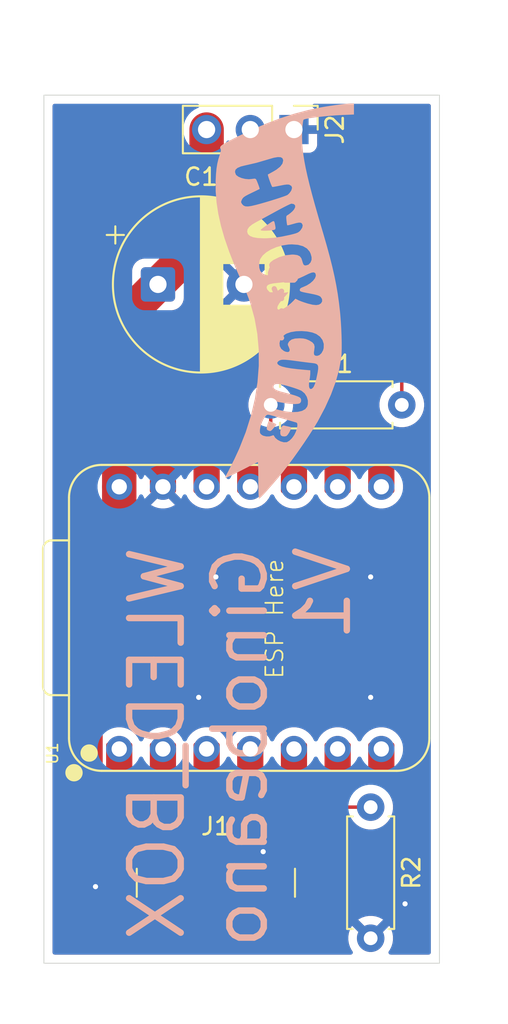
<source format=kicad_pcb>
(kicad_pcb (version 20241229) (generator "pcbnew") (generator_version "9.0")
  (layers (0 "F.Cu" signal) (2 "B.Cu" signal) (13 "F.Paste" user) (15 "B.Paste" user) (5 "F.SilkS" user "F.Silkscreen") (7 "B.SilkS" user "B.Silkscreen") (1 "F.Mask" user) (3 "B.Mask" user) (25 "Edge.Cuts" user))
  (net 0 "")
  (net 1 "GND")
  (net 2 "VCC")
  (net 3 "Net-(J1-CC1)")
  (net 4 "Data")
  (net 5 "GPIO10")
  (footprint "Resistor_THT:R_Axial_DIN0207_L6.3mm_D2.5mm_P7.62mm_Horizontal" (layer "F.Cu") (at 136 95.38 -90)
    (property "Reference" "R2" (at 3.81 -2.37 90) (layer "F.SilkS"))
    (property "Value" "5.1k")
    (fp_line (start 0.54 1.37) (end 7.08 1.37) (stroke (width 0.12)) (layer "F.SilkS"))
    (fp_line (start 7.08 1.37) (end 7.08 1.04) (stroke (width 0.12)) (layer "F.SilkS"))
    (fp_line (start 0.54 1.04) (end 0.54 1.37) (stroke (width 0.12)) (layer "F.SilkS"))
    (fp_line (start 0.54 -1.04) (end 0.54 -1.37) (stroke (width 0.12)) (layer "F.SilkS"))
    (fp_line (start 0.54 -1.37) (end 7.08 -1.37) (stroke (width 0.12)) (layer "F.SilkS"))
    (fp_line (start 7.08 -1.37) (end 7.08 -1.04) (stroke (width 0.12)) (layer "F.SilkS"))
    (pad "1" thru_hole circle (at 0 0 270) (size 1.6 1.6) (drill 0.8) (layers "*.Cu" "*.Mask") (net 3 "Net-(J1-CC1)"))
    (pad "2" thru_hole circle (at 7.62 0 270) (size 1.6 1.6) (drill 0.8) (layers "*.Cu" "*.Mask") (net 1 "GND"))
  )
  (footprint "Resistor_THT:R_Axial_DIN0207_L6.3mm_D2.5mm_P7.62mm_Horizontal" (layer "F.Cu") (at 130.19 72)
    (property "Reference" "R1" (at 3.81 -2.37 0) (layer "F.SilkS"))
    (property "Value" "390")
    (fp_line (start 0.54 -1.37) (end 7.08 -1.37) (stroke (width 0.12)) (layer "F.SilkS"))
    (fp_line (start 0.54 -1.04) (end 0.54 -1.37) (stroke (width 0.12)) (layer "F.SilkS"))
    (fp_line (start 0.54 1.04) (end 0.54 1.37) (stroke (width 0.12)) (layer "F.SilkS"))
    (fp_line (start 0.54 1.37) (end 7.08 1.37) (stroke (width 0.12)) (layer "F.SilkS"))
    (fp_line (start 7.08 -1.37) (end 7.08 -1.04) (stroke (width 0.12)) (layer "F.SilkS"))
    (fp_line (start 7.08 1.37) (end 7.08 1.04) (stroke (width 0.12)) (layer "F.SilkS"))
    (pad "1" thru_hole circle (at 0 0) (size 1.6 1.6) (drill 0.8) (layers "*.Cu" "*.Mask") (net 5 "GPIO10"))
    (pad "2" thru_hole circle (at 7.62 0) (size 1.6 1.6) (drill 0.8) (layers "*.Cu" "*.Mask") (net 4 "Data"))
  )
  (footprint "Module:XIAO-ESP32C3-DIP" (layer "F.Cu") (at 129 84.26 90)
    (property "Reference" "U1" (at -8 -11.5 90) (layer "F.SilkS") (effects (font (size 0.635 0.635) (thickness 0.1016))))
    (property "Value" "XIAO-ESP32-C3-DIP")
    (fp_line (start -4.111272 -12.051) (end 3.884 -12.051) (stroke (width 0.127)) (layer "F.SilkS"))
    (fp_line (start 4.384 -11.551) (end 4.384 -10.541) (stroke (width 0.127)) (layer "F.SilkS"))
    (fp_line (start 6.865 -10.541) (end -7.105 -10.541) (stroke (width 0.1)) (layer "F.SilkS"))
    (fp_line (start 6.865 -10.541) (end -7.105 -10.541) (stroke (width 0.127)) (layer "F.SilkS"))
    (fp_line (start -4.615 -10.541) (end -4.611272 -11.551272) (stroke (width 0.127)) (layer "F.SilkS"))
    (fp_line (start 8.77 8.509) (end 8.77 -8.636) (stroke (width 0.127)) (layer "F.SilkS"))
    (fp_line (start -9.01 8.509) (end -9.01 -8.636) (stroke (width 0.127)) (layer "F.SilkS"))
    (fp_line (start -7.105 10.414) (end 6.865 10.414) (stroke (width 0.127)) (layer "F.SilkS"))
    (fp_arc (start 3.884 -12.051) (mid 4.237553 -11.904553) (end 4.384 -11.551) (stroke (width 0.127)) (layer "F.SilkS"))
    (fp_arc (start -4.611272 -11.551272) (mid -4.464728 -11.90464) (end -4.111272 -12.051) (stroke (width 0.127)) (layer "F.SilkS"))
    (fp_arc (start 6.865 -10.541) (mid 8.212038 -9.983038) (end 8.77 -8.636) (stroke (width 0.127)) (layer "F.SilkS"))
    (fp_arc (start -9.01 -8.636) (mid -8.452038 -9.983038) (end -7.105 -10.541) (stroke (width 0.127)) (layer "F.SilkS"))
    (fp_arc (start 8.77 8.509) (mid 8.212038 9.856038) (end 6.865 10.414) (stroke (width 0.127)) (layer "F.SilkS"))
    (fp_arc (start -7.105 10.414) (mid -8.452038 9.856038) (end -9.01 8.509) (stroke (width 0.127)) (layer "F.SilkS"))
    (fp_circle (center -9.12 -10.25) (end -9.12 -10.504) (stroke (width 0.5)) (fill yes) (layer "F.SilkS"))
    (fp_circle (center -7.977 -9.37) (end -7.977 -9.624) (stroke (width 0.5)) (fill yes) (layer "F.SilkS"))
    (pad "1" smd roundrect (at -8.575 -7.62 270) (size 2.432 1.524) (layers "F.Cu" "F.Mask") (roundrect_rratio 0.1))
    (pad "1" thru_hole circle (at -7.74 -7.62 270) (size 1.524 1.524) (drill 0.889) (layers "*.Cu" "*.Mask"))
    (pad "2" smd roundrect (at -8.575 -5.08 270) (size 2.432 1.524) (layers "F.Cu" "F.Mask") (roundrect_rratio 0.1))
    (pad "2" thru_hole circle (at -7.74 -5.08 270) (size 1.524 1.524) (drill 0.889) (layers "*.Cu" "*.Mask"))
    (pad "3" smd roundrect (at -8.575 -2.54 270) (size 2.432 1.524) (layers "F.Cu" "F.Mask") (roundrect_rratio 0.1))
    (pad "3" thru_hole circle (at -7.74 -2.54 270) (size 1.524 1.524) (drill 0.889) (layers "*.Cu" "*.Mask"))
    (pad "4" smd roundrect (at -8.575 0 270) (size 2.432 1.524) (layers "F.Cu" "F.Mask") (roundrect_rratio 0.1))
    (pad "4" thru_hole circle (at -7.74 0 270) (size 1.524 1.524) (drill 0.889) (layers "*.Cu" "*.Mask"))
    (pad "5" smd roundrect (at -8.575 2.54 270) (size 2.432 1.524) (layers "F.Cu" "F.Mask") (roundrect_rratio 0.1))
    (pad "5" thru_hole circle (at -7.74 2.54 270) (size 1.524 1.524) (drill 0.889) (layers "*.Cu" "*.Mask"))
    (pad "6" smd roundrect (at -8.575 5.08 270) (size 2.432 1.524) (layers "F.Cu" "F.Mask") (roundrect_rratio 0.1))
    (pad "6" thru_hole circle (at -7.74 5.08 270) (size 1.524 1.524) (drill 0.889) (layers "*.Cu" "*.Mask"))
    (pad "7" smd roundrect (at -8.575 7.62 270) (size 2.432 1.524) (layers "F.Cu" "F.Mask") (roundrect_rratio 0.1))
    (pad "7" thru_hole circle (at -7.74 7.62 270) (size 1.524 1.524) (drill 0.889) (layers "*.Cu" "*.Mask"))
    (pad "8" thru_hole circle (at 7.5 7.62 90) (size 1.524 1.524) (drill 0.889) (layers "*.Cu" "*.Mask"))
    (pad "8" smd roundrect (at 8.335 7.62 90) (size 2.432 1.524) (layers "F.Cu" "F.Mask") (roundrect_rratio 0.1))
    (pad "9" thru_hole circle (at 7.5 5.08 90) (size 1.524 1.524) (drill 0.889) (layers "*.Cu" "*.Mask"))
    (pad "9" smd roundrect (at 8.335 5.08 90) (size 2.432 1.524) (layers "F.Cu" "F.Mask") (roundrect_rratio 0.1))
    (pad "10" thru_hole circle (at 7.5 2.54 90) (size 1.524 1.524) (drill 0.889) (layers "*.Cu" "*.Mask"))
    (pad "10" smd roundrect (at 8.335 2.54 90) (size 2.432 1.524) (layers "F.Cu" "F.Mask") (roundrect_rratio 0.1))
    (pad "11" thru_hole circle (at 7.5 0 90) (size 1.524 1.524) (drill 0.889) (layers "*.Cu" "*.Mask") (net 5 "GPIO10"))
    (pad "11" smd roundrect (at 8.335 0 90) (size 2.432 1.524) (layers "F.Cu" "F.Mask") (roundrect_rratio 0.1) (net 5 "GPIO10"))
    (pad "12" thru_hole circle (at 7.5 -2.54 90) (size 1.524 1.524) (drill 0.889) (layers "*.Cu" "*.Mask"))
    (pad "12" smd roundrect (at 8.335 -2.54 90) (size 2.432 1.524) (layers "F.Cu" "F.Mask") (roundrect_rratio 0.1))
    (pad "13" thru_hole circle (at 7.5 -5.08 90) (size 1.524 1.524) (drill 0.889) (layers "*.Cu" "*.Mask") (net 1 "GND"))
    (pad "13" smd roundrect (at 8.335 -5.08 90) (size 2.432 1.524) (layers "F.Cu" "F.Mask") (roundrect_rratio 0.1) (net 1 "GND"))
    (pad "14" thru_hole circle (at 7.5 -7.62 90) (size 1.524 1.524) (drill 0.889) (layers "*.Cu" "*.Mask") (net 2 "VCC"))
    (pad "14" smd roundrect (at 8.335 -7.62 90) (size 2.432 1.524) (layers "F.Cu" "F.Mask") (roundrect_rratio 0.1) (net 2 "VCC"))
  )
  (footprint "Connector_USB:USB_C_Receptacle_GCT_USB4135-GF-A_6P_TopMnt_Horizontal" (layer "F.Cu") (at 127 101)
    (property "Reference" "J1" (at 0 -4.5 0) (layer "F.SilkS"))
    (property "Value" "USB_C_Receptacle_PowerOnly_6P")
    (fp_line (start -4.6 -2.04) (end -4.6 -0.41) (stroke (width 0.12)) (layer "F.SilkS"))
    (fp_line (start 4.6 -2.04) (end 4.6 -0.41) (stroke (width 0.12)) (layer "F.SilkS"))
    (pad "A5" smd roundrect (at -0.5 -3.0325) (size 0.7 1.2) (layers "F.Cu" "F.Mask" "F.Paste") (net 3 "Net-(J1-CC1)"))
    (pad "A9" smd roundrect (at 1.52 -3.0325 180) (size 0.76 1.2) (layers "F.Cu" "F.Mask" "F.Paste") (net 2 "VCC"))
    (pad "A12" smd roundrect (at 2.75 -3.0325 180) (size 0.8 1.2) (layers "F.Cu" "F.Mask" "F.Paste") (net 1 "GND"))
    (pad "B5" smd roundrect (at 0.5 -3.0325 180) (size 0.7 1.2) (layers "F.Cu" "F.Mask" "F.Paste") (net 3 "Net-(J1-CC1)"))
    (pad "B9" smd roundrect (at -1.52 -3.0325) (size 0.76 1.2) (layers "F.Cu" "F.Mask" "F.Paste") (net 2 "VCC"))
    (pad "B12" smd roundrect (at -2.75 -3.0325) (size 0.8 1.2) (layers "F.Cu" "F.Mask" "F.Paste") (net 1 "GND"))
    (pad "S1" smd roundrect (at -5.125 -2.9775) (size 1.8 1.35) (layers "F.Cu" "F.Mask" "F.Paste") (roundrect_rratio 0.1851851852) (net 1 "GND"))
    (pad "S1" smd roundrect (at -5.125 0.6025) (size 1.8 1.5) (layers "F.Cu" "F.Mask" "F.Paste") (roundrect_rratio 0.1666666667) (net 1 "GND"))
    (pad "S1" smd roundrect (at 5.125 -2.9775) (size 1.8 1.35) (layers "F.Cu" "F.Mask" "F.Paste") (roundrect_rratio 0.1851851852) (net 1 "GND"))
    (pad "S1" smd roundrect (at 5.125 0.6025) (size 1.8 1.5) (layers "F.Cu" "F.Mask" "F.Paste") (roundrect_rratio 0.1666666667) (net 1 "GND"))
  )
  (footprint "Capacitor_THT:CP_Radial_D10.0mm_P5.00mm" (layer "F.Cu") (at 123.632323 65)
    (property "Reference" "C1" (at 2.5 -6.25 0) (layer "F.SilkS"))
    (property "Value" "470uF")
    (fp_line (start -2.979646 -2.875) (end -1.979646 -2.875) (stroke (width 0.12)) (layer "F.SilkS"))
    (fp_line (start -2.479646 -3.375) (end -2.479646 -2.375) (stroke (width 0.12)) (layer "F.SilkS"))
    (fp_line (start 2.5 -5.08) (end 2.5 5.08) (stroke (width 0.12)) (layer "F.SilkS"))
    (fp_line (start 2.54 -5.08) (end 2.54 5.08) (stroke (width 0.12)) (layer "F.SilkS"))
    (fp_line (start 2.58 -5.079) (end 2.58 5.079) (stroke (width 0.12)) (layer "F.SilkS"))
    (fp_line (start 2.62 -5.079) (end 2.62 5.079) (stroke (width 0.12)) (layer "F.SilkS"))
    (fp_line (start 2.66 -5.077) (end 2.66 5.077) (stroke (width 0.12)) (layer "F.SilkS"))
    (fp_line (start 2.7 -5.076) (end 2.7 5.076) (stroke (width 0.12)) (layer "F.SilkS"))
    (fp_line (start 2.74 -5.074) (end 2.74 5.074) (stroke (width 0.12)) (layer "F.SilkS"))
    (fp_line (start 2.78 -5.072) (end 2.78 5.072) (stroke (width 0.12)) (layer "F.SilkS"))
    (fp_line (start 2.82 -5.07) (end 2.82 5.07) (stroke (width 0.12)) (layer "F.SilkS"))
    (fp_line (start 2.86 -5.067) (end 2.86 5.067) (stroke (width 0.12)) (layer "F.SilkS"))
    (fp_line (start 2.9 -5.064) (end 2.9 5.064) (stroke (width 0.12)) (layer "F.SilkS"))
    (fp_line (start 2.94 -5.061) (end 2.94 5.061) (stroke (width 0.12)) (layer "F.SilkS"))
    (fp_line (start 2.98 -5.057) (end 2.98 5.057) (stroke (width 0.12)) (layer "F.SilkS"))
    (fp_line (start 3.02 -5.054) (end 3.02 5.054) (stroke (width 0.12)) (layer "F.SilkS"))
    (fp_line (start 3.06 -5.049) (end 3.06 5.049) (stroke (width 0.12)) (layer "F.SilkS"))
    (fp_line (start 3.1 -5.045) (end 3.1 5.045) (stroke (width 0.12)) (layer "F.SilkS"))
    (fp_line (start 3.14 -5.04) (end 3.14 5.04) (stroke (width 0.12)) (layer "F.SilkS"))
    (fp_line (start 3.18 -5.035) (end 3.18 5.035) (stroke (width 0.12)) (layer "F.SilkS"))
    (fp_line (start 3.22 -5.029) (end 3.22 5.029) (stroke (width 0.12)) (layer "F.SilkS"))
    (fp_line (start 3.26 -5.023) (end 3.26 5.023) (stroke (width 0.12)) (layer "F.SilkS"))
    (fp_line (start 3.3 -5.017) (end 3.3 5.017) (stroke (width 0.12)) (layer "F.SilkS"))
    (fp_line (start 3.34 -5.011) (end 3.34 5.011) (stroke (width 0.12)) (layer "F.SilkS"))
    (fp_line (start 3.38 -5.004) (end 3.38 5.004) (stroke (width 0.12)) (layer "F.SilkS"))
    (fp_line (start 3.42 -4.997) (end 3.42 4.997) (stroke (width 0.12)) (layer "F.SilkS"))
    (fp_line (start 3.46 -4.989) (end 3.46 4.989) (stroke (width 0.12)) (layer "F.SilkS"))
    (fp_line (start 3.5 -4.981) (end 3.5 4.981) (stroke (width 0.12)) (layer "F.SilkS"))
    (fp_line (start 3.54 -4.973) (end 3.54 4.973) (stroke (width 0.12)) (layer "F.SilkS"))
    (fp_line (start 3.58 -4.965) (end 3.58 4.965) (stroke (width 0.12)) (layer "F.SilkS"))
    (fp_line (start 3.62 -4.956) (end 3.62 4.956) (stroke (width 0.12)) (layer "F.SilkS"))
    (fp_line (start 3.66 -4.947) (end 3.66 4.947) (stroke (width 0.12)) (layer "F.SilkS"))
    (fp_line (start 3.7 -4.937) (end 3.7 4.937) (stroke (width 0.12)) (layer "F.SilkS"))
    (fp_line (start 3.74 -4.928) (end 3.74 4.928) (stroke (width 0.12)) (layer "F.SilkS"))
    (fp_line (start 3.78 -4.917) (end 3.78 -1.24) (stroke (width 0.12)) (layer "F.SilkS"))
    (fp_line (start 3.78 1.24) (end 3.78 4.917) (stroke (width 0.12)) (layer "F.SilkS"))
    (fp_line (start 3.82 -4.907) (end 3.82 -1.24) (stroke (width 0.12)) (layer "F.SilkS"))
    (fp_line (start 3.82 1.24) (end 3.82 4.907) (stroke (width 0.12)) (layer "F.SilkS"))
    (fp_line (start 3.86 -4.896) (end 3.86 -1.24) (stroke (width 0.12)) (layer "F.SilkS"))
    (fp_line (start 3.86 1.24) (end 3.86 4.896) (stroke (width 0.12)) (layer "F.SilkS"))
    (fp_line (start 3.9 -4.885) (end 3.9 -1.24) (stroke (width 0.12)) (layer "F.SilkS"))
    (fp_line (start 3.9 1.24) (end 3.9 4.885) (stroke (width 0.12)) (layer "F.SilkS"))
    (fp_line (start 3.94 -4.873) (end 3.94 -1.24) (stroke (width 0.12)) (layer "F.SilkS"))
    (fp_line (start 3.94 1.24) (end 3.94 4.873) (stroke (width 0.12)) (layer "F.SilkS"))
    (fp_line (start 3.98 -4.861) (end 3.98 -1.24) (stroke (width 0.12)) (layer "F.SilkS"))
    (fp_line (start 3.98 1.24) (end 3.98 4.861) (stroke (width 0.12)) (layer "F.SilkS"))
    (fp_line (start 4.02 -4.849) (end 4.02 -1.24) (stroke (width 0.12)) (layer "F.SilkS"))
    (fp_line (start 4.02 1.24) (end 4.02 4.849) (stroke (width 0.12)) (layer "F.SilkS"))
    (fp_line (start 4.06 -4.837) (end 4.06 -1.24) (stroke (width 0.12)) (layer "F.SilkS"))
    (fp_line (start 4.06 1.24) (end 4.06 4.837) (stroke (width 0.12)) (layer "F.SilkS"))
    (fp_line (start 4.1 -4.824) (end 4.1 -1.24) (stroke (width 0.12)) (layer "F.SilkS"))
    (fp_line (start 4.1 1.24) (end 4.1 4.824) (stroke (width 0.12)) (layer "F.SilkS"))
    (fp_line (start 4.14 -4.81) (end 4.14 -1.24) (stroke (width 0.12)) (layer "F.SilkS"))
    (fp_line (start 4.14 1.24) (end 4.14 4.81) (stroke (width 0.12)) (layer "F.SilkS"))
    (fp_line (start 4.18 -4.797) (end 4.18 -1.24) (stroke (width 0.12)) (layer "F.SilkS"))
    (fp_line (start 4.18 1.24) (end 4.18 4.797) (stroke (width 0.12)) (layer "F.SilkS"))
    (fp_line (start 4.22 -4.782) (end 4.22 -1.24) (stroke (width 0.12)) (layer "F.SilkS"))
    (fp_line (start 4.22 1.24) (end 4.22 4.782) (stroke (width 0.12)) (layer "F.SilkS"))
    (fp_line (start 4.26 -4.768) (end 4.26 -1.24) (stroke (width 0.12)) (layer "F.SilkS"))
    (fp_line (start 4.26 1.24) (end 4.26 4.768) (stroke (width 0.12)) (layer "F.SilkS"))
    (fp_line (start 4.3 -4.753) (end 4.3 -1.24) (stroke (width 0.12)) (layer "F.SilkS"))
    (fp_line (start 4.3 1.24) (end 4.3 4.753) (stroke (width 0.12)) (layer "F.SilkS"))
    (fp_line (start 4.34 -4.738) (end 4.34 -1.24) (stroke (width 0.12)) (layer "F.SilkS"))
    (fp_line (start 4.34 1.24) (end 4.34 4.738) (stroke (width 0.12)) (layer "F.SilkS"))
    (fp_line (start 4.38 -4.722) (end 4.38 -1.24) (stroke (width 0.12)) (layer "F.SilkS"))
    (fp_line (start 4.38 1.24) (end 4.38 4.722) (stroke (width 0.12)) (layer "F.SilkS"))
    (fp_line (start 4.42 -4.706) (end 4.42 -1.24) (stroke (width 0.12)) (layer "F.SilkS"))
    (fp_line (start 4.42 1.24) (end 4.42 4.706) (stroke (width 0.12)) (layer "F.SilkS"))
    (fp_line (start 4.46 -4.69) (end 4.46 -1.24) (stroke (width 0.12)) (layer "F.SilkS"))
    (fp_line (start 4.46 1.24) (end 4.46 4.69) (stroke (width 0.12)) (layer "F.SilkS"))
    (fp_line (start 4.5 -4.673) (end 4.5 -1.24) (stroke (width 0.12)) (layer "F.SilkS"))
    (fp_line (start 4.5 1.24) (end 4.5 4.673) (stroke (width 0.12)) (layer "F.SilkS"))
    (fp_line (start 4.54 -4.656) (end 4.54 -1.24) (stroke (width 0.12)) (layer "F.SilkS"))
    (fp_line (start 4.54 1.24) (end 4.54 4.656) (stroke (width 0.12)) (layer "F.SilkS"))
    (fp_line (start 4.58 -4.638) (end 4.58 -1.24) (stroke (width 0.12)) (layer "F.SilkS"))
    (fp_line (start 4.58 1.24) (end 4.58 4.638) (stroke (width 0.12)) (layer "F.SilkS"))
    (fp_line (start 4.62 -4.62) (end 4.62 -1.24) (stroke (width 0.12)) (layer "F.SilkS"))
    (fp_line (start 4.62 1.24) (end 4.62 4.62) (stroke (width 0.12)) (layer "F.SilkS"))
    (fp_line (start 4.66 -4.602) (end 4.66 -1.24) (stroke (width 0.12)) (layer "F.SilkS"))
    (fp_line (start 4.66 1.24) (end 4.66 4.602) (stroke (width 0.12)) (layer "F.SilkS"))
    (fp_line (start 4.7 -4.583) (end 4.7 -1.24) (stroke (width 0.12)) (layer "F.SilkS"))
    (fp_line (start 4.7 1.24) (end 4.7 4.583) (stroke (width 0.12)) (layer "F.SilkS"))
    (fp_line (start 4.74 -4.564) (end 4.74 -1.24) (stroke (width 0.12)) (layer "F.SilkS"))
    (fp_line (start 4.74 1.24) (end 4.74 4.564) (stroke (width 0.12)) (layer "F.SilkS"))
    (fp_line (start 4.78 -4.544) (end 4.78 -1.24) (stroke (width 0.12)) (layer "F.SilkS"))
    (fp_line (start 4.78 1.24) (end 4.78 4.544) (stroke (width 0.12)) (layer "F.SilkS"))
    (fp_line (start 4.82 -4.524) (end 4.82 -1.24) (stroke (width 0.12)) (layer "F.SilkS"))
    (fp_line (start 4.82 1.24) (end 4.82 4.524) (stroke (width 0.12)) (layer "F.SilkS"))
    (fp_line (start 4.86 -4.504) (end 4.86 -1.24) (stroke (width 0.12)) (layer "F.SilkS"))
    (fp_line (start 4.86 1.24) (end 4.86 4.504) (stroke (width 0.12)) (layer "F.SilkS"))
    (fp_line (start 4.9 -4.483) (end 4.9 -1.24) (stroke (width 0.12)) (layer "F.SilkS"))
    (fp_line (start 4.9 1.24) (end 4.9 4.483) (stroke (width 0.12)) (layer "F.SilkS"))
    (fp_line (start 4.94 -4.461) (end 4.94 -1.24) (stroke (width 0.12)) (layer "F.SilkS"))
    (fp_line (start 4.94 1.24) (end 4.94 4.461) (stroke (width 0.12)) (layer "F.SilkS"))
    (fp_line (start 4.98 -4.439) (end 4.98 -1.24) (stroke (width 0.12)) (layer "F.SilkS"))
    (fp_line (start 4.98 1.24) (end 4.98 4.439) (stroke (width 0.12)) (layer "F.SilkS"))
    (fp_line (start 5.02 -4.417) (end 5.02 -1.24) (stroke (width 0.12)) (layer "F.SilkS"))
    (fp_line (start 5.02 1.24) (end 5.02 4.417) (stroke (width 0.12)) (layer "F.SilkS"))
    (fp_line (start 5.06 -4.394) (end 5.06 -1.24) (stroke (width 0.12)) (layer "F.SilkS"))
    (fp_line (start 5.06 1.24) (end 5.06 4.394) (stroke (width 0.12)) (layer "F.SilkS"))
    (fp_line (start 5.1 -4.371) (end 5.1 -1.24) (stroke (width 0.12)) (layer "F.SilkS"))
    (fp_line (start 5.1 1.24) (end 5.1 4.371) (stroke (width 0.12)) (layer "F.SilkS"))
    (fp_line (start 5.14 -4.347) (end 5.14 -1.24) (stroke (width 0.12)) (layer "F.SilkS"))
    (fp_line (start 5.14 1.24) (end 5.14 4.347) (stroke (width 0.12)) (layer "F.SilkS"))
    (fp_line (start 5.18 -4.323) (end 5.18 -1.24) (stroke (width 0.12)) (layer "F.SilkS"))
    (fp_line (start 5.18 1.24) (end 5.18 4.323) (stroke (width 0.12)) (layer "F.SilkS"))
    (fp_line (start 5.22 -4.298) (end 5.22 -1.24) (stroke (width 0.12)) (layer "F.SilkS"))
    (fp_line (start 5.22 1.24) (end 5.22 4.298) (stroke (width 0.12)) (layer "F.SilkS"))
    (fp_line (start 5.26 -4.272) (end 5.26 -1.24) (stroke (width 0.12)) (layer "F.SilkS"))
    (fp_line (start 5.26 1.24) (end 5.26 4.272) (stroke (width 0.12)) (layer "F.SilkS"))
    (fp_line (start 5.3 -4.247) (end 5.3 -1.24) (stroke (width 0.12)) (layer "F.SilkS"))
    (fp_line (start 5.3 1.24) (end 5.3 4.247) (stroke (width 0.12)) (layer "F.SilkS"))
    (fp_line (start 5.34 -4.22) (end 5.34 -1.24) (stroke (width 0.12)) (layer "F.SilkS"))
    (fp_line (start 5.34 1.24) (end 5.34 4.22) (stroke (width 0.12)) (layer "F.SilkS"))
    (fp_line (start 5.38 -4.193) (end 5.38 -1.24) (stroke (width 0.12)) (layer "F.SilkS"))
    (fp_line (start 5.38 1.24) (end 5.38 4.193) (stroke (width 0.12)) (layer "F.SilkS"))
    (fp_line (start 5.42 -4.166) (end 5.42 -1.24) (stroke (width 0.12)) (layer "F.SilkS"))
    (fp_line (start 5.42 1.24) (end 5.42 4.166) (stroke (width 0.12)) (layer "F.SilkS"))
    (fp_line (start 5.46 -4.138) (end 5.46 -1.24) (stroke (width 0.12)) (layer "F.SilkS"))
    (fp_line (start 5.46 1.24) (end 5.46 4.138) (stroke (width 0.12)) (layer "F.SilkS"))
    (fp_line (start 5.5 -4.109) (end 5.5 -1.24) (stroke (width 0.12)) (layer "F.SilkS"))
    (fp_line (start 5.5 1.24) (end 5.5 4.109) (stroke (width 0.12)) (layer "F.SilkS"))
    (fp_line (start 5.54 -4.08) (end 5.54 -1.24) (stroke (width 0.12)) (layer "F.SilkS"))
    (fp_line (start 5.54 1.24) (end 5.54 4.08) (stroke (width 0.12)) (layer "F.SilkS"))
    (fp_line (start 5.58 -4.05) (end 5.58 -1.24) (stroke (width 0.12)) (layer "F.SilkS"))
    (fp_line (start 5.58 1.24) (end 5.58 4.05) (stroke (width 0.12)) (layer "F.SilkS"))
    (fp_line (start 5.62 -4.02) (end 5.62 -1.24) (stroke (width 0.12)) (layer "F.SilkS"))
    (fp_line (start 5.62 1.24) (end 5.62 4.02) (stroke (width 0.12)) (layer "F.SilkS"))
    (fp_line (start 5.66 -3.988) (end 5.66 -1.24) (stroke (width 0.12)) (layer "F.SilkS"))
    (fp_line (start 5.66 1.24) (end 5.66 3.988) (stroke (width 0.12)) (layer "F.SilkS"))
    (fp_line (start 5.7 -3.957) (end 5.7 -1.24) (stroke (width 0.12)) (layer "F.SilkS"))
    (fp_line (start 5.7 1.24) (end 5.7 3.957) (stroke (width 0.12)) (layer "F.SilkS"))
    (fp_line (start 5.74 -3.924) (end 5.74 -1.24) (stroke (width 0.12)) (layer "F.SilkS"))
    (fp_line (start 5.74 1.24) (end 5.74 3.924) (stroke (width 0.12)) (layer "F.SilkS"))
    (fp_line (start 5.78 -3.891) (end 5.78 -1.24) (stroke (width 0.12)) (layer "F.SilkS"))
    (fp_line (start 5.78 1.24) (end 5.78 3.891) (stroke (width 0.12)) (layer "F.SilkS"))
    (fp_line (start 5.82 -3.858) (end 5.82 -1.24) (stroke (width 0.12)) (layer "F.SilkS"))
    (fp_line (start 5.82 1.24) (end 5.82 3.858) (stroke (width 0.12)) (layer "F.SilkS"))
    (fp_line (start 5.86 -3.823) (end 5.86 -1.24) (stroke (width 0.12)) (layer "F.SilkS"))
    (fp_line (start 5.86 1.24) (end 5.86 3.823) (stroke (width 0.12)) (layer "F.SilkS"))
    (fp_line (start 5.9 -3.788) (end 5.9 -1.24) (stroke (width 0.12)) (layer "F.SilkS"))
    (fp_line (start 5.9 1.24) (end 5.9 3.788) (stroke (width 0.12)) (layer "F.SilkS"))
    (fp_line (start 5.94 -3.752) (end 5.94 -1.24) (stroke (width 0.12)) (layer "F.SilkS"))
    (fp_line (start 5.94 1.24) (end 5.94 3.752) (stroke (width 0.12)) (layer "F.SilkS"))
    (fp_line (start 5.98 -3.716) (end 5.98 -1.24) (stroke (width 0.12)) (layer "F.SilkS"))
    (fp_line (start 5.98 1.24) (end 5.98 3.716) (stroke (width 0.12)) (layer "F.SilkS"))
    (fp_line (start 6.02 -3.678) (end 6.02 -1.24) (stroke (width 0.12)) (layer "F.SilkS"))
    (fp_line (start 6.02 1.24) (end 6.02 3.678) (stroke (width 0.12)) (layer "F.SilkS"))
    (fp_line (start 6.06 -3.64) (end 6.06 -1.24) (stroke (width 0.12)) (layer "F.SilkS"))
    (fp_line (start 6.06 1.24) (end 6.06 3.64) (stroke (width 0.12)) (layer "F.SilkS"))
    (fp_line (start 6.1 -3.601) (end 6.1 -1.24) (stroke (width 0.12)) (layer "F.SilkS"))
    (fp_line (start 6.1 1.24) (end 6.1 3.601) (stroke (width 0.12)) (layer "F.SilkS"))
    (fp_line (start 6.14 -3.561) (end 6.14 -1.24) (stroke (width 0.12)) (layer "F.SilkS"))
    (fp_line (start 6.14 1.24) (end 6.14 3.561) (stroke (width 0.12)) (layer "F.SilkS"))
    (fp_line (start 6.18 -3.52) (end 6.18 -1.24) (stroke (width 0.12)) (layer "F.SilkS"))
    (fp_line (start 6.18 1.24) (end 6.18 3.52) (stroke (width 0.12)) (layer "F.SilkS"))
    (fp_line (start 6.22 -3.478) (end 6.22 -1.24) (stroke (width 0.12)) (layer "F.SilkS"))
    (fp_line (start 6.22 1.24) (end 6.22 3.478) (stroke (width 0.12)) (layer "F.SilkS"))
    (fp_line (start 6.26 -3.435) (end 6.26 3.435) (stroke (width 0.12)) (layer "F.SilkS"))
    (fp_line (start 6.3 -3.391) (end 6.3 3.391) (stroke (width 0.12)) (layer "F.SilkS"))
    (fp_line (start 6.34 -3.347) (end 6.34 3.347) (stroke (width 0.12)) (layer "F.SilkS"))
    (fp_line (start 6.38 -3.301) (end 6.38 3.301) (stroke (width 0.12)) (layer "F.SilkS"))
    (fp_line (start 6.42 -3.254) (end 6.42 3.254) (stroke (width 0.12)) (layer "F.SilkS"))
    (fp_line (start 6.46 -3.205) (end 6.46 3.205) (stroke (width 0.12)) (layer "F.SilkS"))
    (fp_line (start 6.5 -3.156) (end 6.5 3.156) (stroke (width 0.12)) (layer "F.SilkS"))
    (fp_line (start 6.54 -3.105) (end 6.54 3.105) (stroke (width 0.12)) (layer "F.SilkS"))
    (fp_line (start 6.58 -3.053) (end 6.58 3.053) (stroke (width 0.12)) (layer "F.SilkS"))
    (fp_line (start 6.62 -3) (end 6.62 3) (stroke (width 0.12)) (layer "F.SilkS"))
    (fp_line (start 6.66 -2.945) (end 6.66 2.945) (stroke (width 0.12)) (layer "F.SilkS"))
    (fp_line (start 6.7 -2.888) (end 6.7 2.888) (stroke (width 0.12)) (layer "F.SilkS"))
    (fp_line (start 6.74 -2.83) (end 6.74 2.83) (stroke (width 0.12)) (layer "F.SilkS"))
    (fp_line (start 6.78 -2.77) (end 6.78 2.77) (stroke (width 0.12)) (layer "F.SilkS"))
    (fp_line (start 6.82 -2.708) (end 6.82 2.708) (stroke (width 0.12)) (layer "F.SilkS"))
    (fp_line (start 6.86 -2.644) (end 6.86 2.644) (stroke (width 0.12)) (layer "F.SilkS"))
    (fp_line (start 6.9 -2.578) (end 6.9 2.578) (stroke (width 0.12)) (layer "F.SilkS"))
    (fp_line (start 6.94 -2.51) (end 6.94 2.51) (stroke (width 0.12)) (layer "F.SilkS"))
    (fp_line (start 6.98 -2.439) (end 6.98 2.439) (stroke (width 0.12)) (layer "F.SilkS"))
    (fp_line (start 7.02 -2.365) (end 7.02 2.365) (stroke (width 0.12)) (layer "F.SilkS"))
    (fp_line (start 7.06 -2.288) (end 7.06 2.288) (stroke (width 0.12)) (layer "F.SilkS"))
    (fp_line (start 7.1 -2.208) (end 7.1 2.208) (stroke (width 0.12)) (layer "F.SilkS"))
    (fp_line (start 7.14 -2.124) (end 7.14 2.124) (stroke (width 0.12)) (layer "F.SilkS"))
    (fp_line (start 7.18 -2.037) (end 7.18 2.037) (stroke (width 0.12)) (layer "F.SilkS"))
    (fp_line (start 7.22 -1.944) (end 7.22 1.944) (stroke (width 0.12)) (layer "F.SilkS"))
    (fp_line (start 7.26 -1.846) (end 7.26 1.846) (stroke (width 0.12)) (layer "F.SilkS"))
    (fp_line (start 7.3 -1.742) (end 7.3 1.742) (stroke (width 0.12)) (layer "F.SilkS"))
    (fp_line (start 7.34 -1.63) (end 7.34 1.63) (stroke (width 0.12)) (layer "F.SilkS"))
    (fp_line (start 7.38 -1.509) (end 7.38 1.509) (stroke (width 0.12)) (layer "F.SilkS"))
    (fp_line (start 7.42 -1.377) (end 7.42 1.377) (stroke (width 0.12)) (layer "F.SilkS"))
    (fp_line (start 7.46 -1.23) (end 7.46 1.23) (stroke (width 0.12)) (layer "F.SilkS"))
    (fp_line (start 7.5 -1.062) (end 7.5 1.062) (stroke (width 0.12)) (layer "F.SilkS"))
    (fp_line (start 7.54 -0.862) (end 7.54 0.862) (stroke (width 0.12)) (layer "F.SilkS"))
    (fp_line (start 7.58 -0.599) (end 7.58 0.599) (stroke (width 0.12)) (layer "F.SilkS"))
    (fp_circle (center 2.5 0) (end 7.62 0) (stroke (width 0.12)) (fill no) (layer "F.SilkS"))
    (pad "1" thru_hole roundrect (at 0 0) (size 2 2) (drill 1) (layers "*.Cu" "*.Mask") (roundrect_rratio 0.125) (net 2 "VCC"))
    (pad "2" thru_hole circle (at 5 0) (size 2 2) (drill 1) (layers "*.Cu" "*.Mask") (net 1 "GND"))
  )
  (footprint "Connector_PinHeader_2.54mm:PinHeader_1x03_P2.54mm_Vertical" (layer "F.Cu") (at 131.54 56 -90)
    (property "Reference" "J2" (at 0 -2.38 90) (layer "F.SilkS"))
    (property "Value" "Conn_01x03_Socket")
    (fp_line (start -1.38 6.46) (end 1.38 6.46) (stroke (width 0.12)) (layer "F.SilkS"))
    (fp_line (start -1.38 1.27) (end -1.38 6.46) (stroke (width 0.12)) (layer "F.SilkS"))
    (fp_line (start -1.38 1.27) (end 1.38 1.27) (stroke (width 0.12)) (layer "F.SilkS"))
    (fp_line (start 1.38 1.27) (end 1.38 6.46) (stroke (width 0.12)) (layer "F.SilkS"))
    (fp_line (start -1.38 0) (end -1.38 -1.38) (stroke (width 0.12)) (layer "F.SilkS"))
    (fp_line (start -1.38 -1.38) (end 0 -1.38) (stroke (width 0.12)) (layer "F.SilkS"))
    (pad "1" thru_hole rect (at 0 0 270) (size 1.7 1.7) (drill 1) (layers "*.Cu" "*.Mask") (net 1 "GND"))
    (pad "2" thru_hole circle (at 0 2.54 270) (size 1.7 1.7) (drill 1) (layers "*.Cu" "*.Mask") (net 4 "Data"))
    (pad "3" thru_hole circle (at 0 5.08 270) (size 1.7 1.7) (drill 1) (layers "*.Cu" "*.Mask") (net 2 "VCC"))
  )
  (footprint "LOGO" (layer "B.Cu") (at 131 66 -90)
    (property "Reference" "G***" (at 0 0 90) (layer "B.SilkS") (effects (font (size 1.5 1.5) (thickness 0.3)) (justify mirror)))
    (property "Value" "LOGO" (hide yes))
    (fp_poly (pts (xy 7.464433 1.001584) (xy 7.496846 0.940989) (xy 7.523379 0.868941) (xy 7.515877 0.811492) (xy 7.46311 0.744585) (xy 7.361391 0.650856) (xy 7.253961 0.559674) (xy 7.172651 0.498269) (xy 7.141335 0.481725) (xy 7.109524 0.518581) (xy 7.058707 0.613528) (xy 7.018439 0.702859) (xy 6.925013 0.923992) (xy 7.042593 0.969461) (xy 7.175466 1.010729) (xy 7.300943 1.03846) (xy 7.404813 1.044029)) (fill yes) (layer "B.SilkS"))
    (fp_poly (pts (xy -4.133556 1.360772) (xy -4.120127 1.250075) (xy -4.119298 1.08598) (xy -4.131437 0.885176) (xy -4.144929 0.755432) (xy -4.16799 0.616341) (xy -4.208793 0.545573) (xy -4.288942 0.528642) (xy -4.430041 0.551058) (xy -4.445 0.5542) (xy -4.572627 0.580261) (xy -4.651216 0.603964) (xy -4.681465 0.640259) (xy -4.664076 0.704096) (xy -4.599748 0.810423) (xy -4.48918 0.974192) (xy -4.466254 1.008199) (xy -4.354939 1.168222) (xy -4.258376 1.296874) (xy -4.18831 1.379113) (xy -4.159216 1.40138)) (fill yes) (layer "B.SilkS"))
    (fp_poly (pts (xy 7.685198 0.254317) (xy 7.778517 0.217354) (xy 7.786414 0.210208) (xy 7.827268 0.121662) (xy 7.836584 0.001158) (xy 7.811333 -0.100445) (xy 7.80545 -0.109482) (xy 7.729738 -0.182171) (xy 7.61837 -0.256627) (xy 7.495569 -0.320825) (xy 7.385558 -0.362737) (xy 7.31256 -0.370339) (xy 7.299044 -0.360901) (xy 7.278388 -0.299396) (xy 7.252947 -0.191541) (xy 7.249639 -0.175171) (xy 7.22271 -0.04815) (xy 7.198644 0.051381) (xy 7.197464 0.055627) (xy 7.21695 0.12527) (xy 7.299731 0.186329) (xy 7.421541 0.232436) (xy 7.558119 0.257221)) (fill yes) (layer "B.SilkS"))
    (fp_poly (pts (xy -6.400872 4.011684) (xy -5.758456 3.96061) (xy -5.094687 3.85862) (xy -4.402703 3.70396) (xy -3.675645 3.494874) (xy -2.906652 3.229605) (xy -2.088866 2.906397) (xy -1.226207 2.528426) (xy -0.93595 2.399999) (xy -0.623869 2.269056) (xy -0.317336 2.146621) (xy -0.043723 2.043716) (xy 0.109482 1.990547) (xy 0.973918 1.751123) (xy 1.869064 1.590988) (xy 2.789604 1.509598) (xy 3.730222 1.506409) (xy 4.6856 1.580877) (xy 5.650422 1.732458) (xy 6.61937 1.960608) (xy 7.587129 2.264783) (xy 8.54838 2.644439) (xy 9.130862 2.913636) (xy 9.368813 3.030959) (xy 9.59576 3.14488) (xy 9.792687 3.245709) (xy 9.94058 3.323756) (xy 9.995733 3.354383) (xy 10.115813 3.41498) (xy 10.205467 3.444378) (xy 10.236595 3.441329) (xy 10.226645 3.394786) (xy 10.180925 3.282035) (xy 10.104636 3.114282) (xy 10.002977 2.902732) (xy 9.881147 2.658591) (xy 9.798707 2.497595) (xy 9.665598 2.238986) (xy 9.547082 2.006605) (xy 9.448766 1.811625) (xy 9.37626 1.665216) (xy 9.335172 1.578549) (xy 9.327931 1.559816) (xy 9.369726 1.552266) (xy 9.487124 1.545527) (xy 9.668142 1.53991) (xy 9.900797 1.535722) (xy 10.173108 1.533274) (xy 10.376381 1.53276) (xy 10.685184 1.531118) (xy 10.956305 1.52647) (xy 11.178741 1.519233) (xy 11.341489 1.509823) (xy 11.433548 1.498657) (xy 11.449956 1.492106) (xy 11.42667 1.448795) (xy 11.339103 1.354192) (xy 11.191202 1.211927) (xy 10.986913 1.025629) (xy 10.730181 0.79893) (xy 10.424954 0.535459) (xy 10.225689 0.365901) (xy 9.901251 0.101283) (xy 9.520233 -0.192625) (xy 9.099747 -0.503831) (xy 8.656908 -0.820343) (xy 8.208827 -1.130169) (xy 7.772619 -1.421315) (xy 7.365397 -1.681789) (xy 7.004274 -1.899599) (xy 6.941207 -1.935782) (xy 6.161539 -2.349472) (xy 5.403685 -2.692957) (xy 4.672403 -2.96448) (xy 3.972454 -3.162286) (xy 3.308597 -3.28462) (xy 3.27136 -3.289355) (xy 3.038683 -3.308151) (xy 2.735589 -3.317266) (xy 2.378661 -3.31715) (xy 1.984483 -3.308249) (xy 1.569636 -3.291014) (xy 1.150703 -3.265891) (xy 0.744267 -3.233329) (xy 0.56931 -3.216312) (xy 0.052928 -3.156927) (xy -0.450395 -3.085829) (xy -0.953618 -3.000197) (xy -1.469699 -2.897208) (xy -2.011597 -2.77404) (xy -2.59227 -2.627872) (xy -3.224677 -2.455881) (xy -3.921776 -2.255246) (xy -4.138449 -2.191134) (xy -4.908607 -1.964602) (xy -5.602868 -1.76617) (xy -5.930695 -1.676075) (xy -1.70077 -1.676075) (xy -1.676525 -1.749904) (xy -1.619836 -1.795789) (xy -1.49918 -1.813997) (xy -1.35939 -1.76127) (xy -1.212335 -1.64859) (xy -1.069882 -1.486938) (xy -0.943901 -1.287294) (xy -0.856218 -1.089262) (xy -0.800471 -0.957471) (xy -0.746241 -0.892652) (xy -0.680493 -0.875861) (xy -0.638868 -0.881606) (xy -0.606251 -0.90799) (xy -0.577642 -0.968741) (xy -0.548042 -1.077584) (xy -0.512449 -1.248244) (xy -0.477102 -1.434223) (xy -0.426004 -1.689702) (xy -0.38078 -1.872213) (xy -0.337134 -1.995779) (xy -0.290771 -2.074427) (xy -0.275926 -2.09112) (xy -0.148054 -2.172984) (xy -0.014119 -2.179513) (xy 0.102551 -2.109703) (xy 0.104567 -2.1075) (xy 0.175536 -1.98899) (xy 0.200966 -1.832578) (xy 0.18097 -1.626074) (xy 0.11566 -1.357286) (xy 0.111639 -1.343468) (xy 0.050434 -1.148128) (xy -0.006096 -0.98713) (xy 1.711368 -0.98713) (xy 1.735884 -1.311367) (xy 1.795813 -1.608815) (xy 1.882987 -1.838232) (xy 2.035439 -2.052205) (xy 2.231541 -2.198984) (xy 2.457473 -2.27286) (xy 2.699412 -2.268125) (xy 2.832752 -2.23053) (xy 2.996854 -2.139376) (xy 3.109447 -2.018092) (xy 3.153042 -1.885771) (xy 3.153103 -1.880831) (xy 3.13546 -1.767904) (xy 3.07407 -1.709292) (xy 2.956246 -1.698989) (xy 2.815393 -1.720959) (xy 2.626131 -1.742621) (xy 2.483404 -1.709893) (xy 2.368292 -1.612463) (xy 2.261875 -1.44002) (xy 2.247706 -1.411583) (xy 2.177324 -1.242496) (xy 2.141207 -1.076515) (xy 2.129967 -0.869752) (xy 2.129906 -0.86091) (xy 2.145747 -0.600472) (xy 2.19948 -0.40962) (xy 2.295387 -0.27706) (xy 2.371885 -0.222512) (xy 2.457291 -0.184137) (xy 2.531754 -0.188206) (xy 2.637089 -0.237251) (xy 2.639874 -0.238749) (xy 2.786742 -0.292207) (xy 2.88597 -0.276402) (xy 2.931117 -0.199361) (xy 2.915743 -0.06911) (xy 2.867707 0.045228) (xy 2.820412 0.105376) (xy 3.377035 0.105376) (xy 3.380478 -0.043998) (xy 3.398929 -0.247494) (xy 3.432374 -0.517881) (xy 3.455684 -0.689139) (xy 3.489753 -0.941134) (xy 3.522127 -1.191996) (xy 3.549325 -1.414009) (xy 3.567861 -1.579461) (xy 3.568954 -1.590311) (xy 3.588215 -1.736708) (xy 3.620088 -1.842945) (xy 3.67561 -1.911789) (xy 3.765819 -1.946005) (xy 3.901752 -1.948357) (xy 4.094448 -1.921612) (xy 4.354943 -1.868534) (xy 4.526406 -1.830188) (xy 4.78492 -1.7589) (xy 4.96027 -1.680185) (xy 5.05674 -1.591578) (xy 5.08 -1.511695) (xy 5.040748 -1.449161) (xy 4.932813 -1.41558) (xy 4.770927 -1.413199) (xy 4.597814 -1.438222) (xy 4.422191 -1.46759) (xy 4.248286 -1.48591) (xy 4.172142 -1.488965) (xy 3.992143 -1.488965) (xy 3.967348 -1.193361) (xy 3.924595 -0.739571) (xy 3.878935 -0.36824) (xy 3.829265 -0.074259) (xy 3.774485 0.14748) (xy 3.713492 0.302086) (xy 3.682863 0.3436) (xy 4.78666 0.3436) (xy 4.789036 0.324935) (xy 4.822285 0.147516) (xy 4.876847 -0.074537) (xy 4.945475 -0.317543) (xy 5.020922 -0.557821) (xy 5.09594 -0.771691) (xy 5.163284 -0.935469) (xy 5.191788 -0.991133) (xy 5.33686 -1.163418) (xy 5.530933 -1.285565) (xy 5.750615 -1.349579) (xy 5.972517 -1.347465) (xy 6.11059 -1.305162) (xy 6.24977 -1.194839) (xy 6.348961 -1.013717) (xy 6.406553 -0.769728) (xy 6.420937 -0.470803) (xy 6.390502 -0.124873) (xy 6.372606 -0.014321) (xy 6.302611 0.321854) (xy 6.226176 0.574745) (xy 6.141303 0.748542) (xy 6.045994 0.847435) (xy 5.948136 0.875863) (xy 5.86519 0.852314) (xy 5.81708 0.776544) (xy 5.802831 0.640864) (xy 5.821472 0.437588) (xy 5.862998 0.203186) (xy 5.91572 -0.103871) (xy 5.94614 -0.382551) (xy 5.953604 -0.617924) (xy 5.937455 -0.795061) (xy 5.910528 -0.87874) (xy 5.831248 -0.945395) (xy 5.716123 -0.961134) (xy 5.618164 -0.928397) (xy 5.566329 -0.870794) (xy 5.510267 -0.75719) (xy 5.447181 -0.579817) (xy 5.374272 -0.330911) (xy 5.298193 -0.040309) (xy 5.225414 0.230542) (xy 5.161211 0.425231) (xy 5.100381 0.554095) (xy 5.037721 0.627466) (xy 4.96803 0.655681) (xy 4.947195 0.656898) (xy 4.843167 0.62095) (xy 4.789114 0.515381) (xy 4.78666 0.3436) (xy 3.682863 0.3436) (xy 3.645186 0.394668) (xy 3.621135 0.41231) (xy 3.552039 0.432898) (xy 3.486369 0.39012) (xy 3.456911 0.356443) (xy 3.415237 0.292828) (xy 3.388617 0.213396) (xy 3.377035 0.105376) (xy 2.820412 0.105376) (xy 2.74741 0.198216) (xy 2.591267 0.282514) (xy 2.414498 0.300588) (xy 2.232326 0.254904) (xy 2.059971 0.147929) (xy 1.912654 -0.017871) (xy 1.854662 -0.118938) (xy 1.77032 -0.36439) (xy 1.7227 -0.66263) (xy 1.711368 -0.98713) (xy -0.006096 -0.98713) (xy -0.014032 -0.964527) (xy -0.070619 -0.823782) (xy -0.086103 -0.791182) (xy -0.170753 -0.625255) (xy -0.035673 -0.498748) (xy 0.110715 -0.345756) (xy 0.248916 -0.173494) (xy 0.365639 -0.001682) (xy 0.447592 0.149959) (xy 0.481485 0.261708) (xy 0.481724 0.268952) (xy 0.457118 0.386848) (xy 0.383777 0.432693) (xy 0.26241 0.406731) (xy 0.093732 0.309202) (xy -0.121546 0.14035) (xy -0.260181 0.016589) (xy -0.390547 -0.099008) (xy -0.489331 -0.177023) (xy -0.545169 -0.209128) (xy -0.551651 -0.197068) (xy -0.534644 -0.11708) (xy -0.516937 0.026668) (xy -0.501145 0.210411) (xy -0.493719 0.329183) (xy -0.48402 0.529803) (xy -0.483093 0.66429) (xy -0.494448 0.753936) (xy -0.521593 0.820037) (xy -0.568037 0.883886) (xy -0.589332 0.909441) (xy -0.658344 0.971477) (xy 6.572171 0.971477) (xy 6.585919 0.87879) (xy 6.618557 0.752668) (xy 6.651074 0.635898) (xy 6.700105 0.462258) (xy 6.760049 0.251326) (xy 6.825307 0.022678) (xy 6.890278 -0.204107) (xy 6.949362 -0.409453) (xy 6.996958 -0.573781) (xy 7.027466 -0.677514) (xy 7.03117 -0.68974) (xy 7.087325 -0.733723) (xy 7.207173 -0.740053) (xy 7.375834 -0.709779) (xy 7.55508 -0.652846) (xy 7.755229 -0.554792) (xy 7.937126 -0.424143) (xy 8.080026 -0.279036) (xy 8.163181 -0.137606) (xy 8.169825 -0.115465) (xy 8.174716 0.049351) (xy 8.125061 0.232842) (xy 8.034598 0.407767) (xy 7.917065 0.546885) (xy 7.799419 0.618988) (xy 7.761711 0.651417) (xy 7.782876 0.721258) (xy 7.788892 0.73275) (xy 7.834648 0.890272) (xy 7.834846 1.075911) (xy 7.792486 1.249065) (xy 7.744391 1.334628) (xy 7.679482 1.405252) (xy 7.609739 1.437525) (xy 7.50274 1.441595) (xy 7.420963 1.435882) (xy 7.238455 1.400188) (xy 7.033343 1.328948) (xy 6.836808 1.235916) (xy 6.680034 1.134848) (xy 6.625932 1.08519) (xy 6.585306 1.031166) (xy 6.572171 0.971477) (xy -0.658344 0.971477) (xy -0.703736 1.01228) (xy -0.811721 1.051028) (xy -0.813056 1.051035) (xy -0.900463 1.032566) (xy -0.967812 0.970438) (xy -1.018991 0.854572) (xy -1.057886 0.674887) (xy -1.088384 0.421304) (xy -1.097856 0.312462) (xy -1.143566 -0.088628) (xy -1.215883 -0.437245) (xy -1.324115 -0.766772) (xy -1.477568 -1.110596) (xy -1.515612 -1.186184) (xy -1.62241 -1.406477) (xy -1.68343 -1.565687) (xy -1.70077 -1.676075) (xy -5.930695 -1.676075) (xy -6.2278 -1.594423) (xy -6.789967 -1.447945) (xy -7.295939 -1.325321) (xy -7.752279 -1.225136) (xy -8.165557 -1.145973) (xy -8.542337 -1.086419) (xy -8.889187 -1.045058) (xy -9.212673 -1.020474) (xy -9.519363 -1.011252) (xy -9.612586 -1.011295) (xy -9.858401 -1.017004) (xy -10.092767 -1.029329) (xy -10.298544 -1.046682) (xy -10.458588 -1.067476) (xy -10.55576 -1.090126) (xy -10.574218 -1.100308) (xy -10.602993 -1.168139) (xy -10.635736 -1.310499) (xy -10.670882 -1.514508) (xy -10.706869 -1.767285) (xy -10.742134 -2.055948) (xy -10.775113 -2.367616) (xy -10.804245 -2.689408) (xy -10.827965 -3.008442) (xy -10.844712 -3.311837) (xy -10.845877 -3.339223) (xy -10.874385 -4.028965) (xy -11.195986 -4.028965) (xy -11.517586 -4.028965) (xy -11.517586 -3.863433) (xy -11.510457 -3.718604) (xy -11.490662 -3.506129) (xy -11.460593 -3.244643) (xy -11.422642 -2.952781) (xy -11.379199 -2.64918) (xy -11.332657 -2.352474) (xy -11.297186 -2.145861) (xy -11.13163 -1.347414) (xy -10.920794 -0.5522) (xy -10.660299 0.25243) (xy -10.604859 0.398143) (xy -8.401089 0.398143) (xy -8.392783 0.234277) (xy -8.336626 0.132768) (xy -8.232241 0.089704) (xy -8.194246 0.087587) (xy -8.01972 0.130543) (xy -7.846702 0.259765) (xy -7.674582 0.475782) (xy -7.590181 0.613838) (xy -7.504185 0.766629) (xy -7.435743 0.890755) (xy -7.395816 0.966241) (xy -7.390466 0.977838) (xy -7.348819 0.975593) (xy -7.248607 0.948524) (xy -7.112475 0.904611) (xy -6.963066 0.851836) (xy -6.823028 0.798179) (xy -6.715003 0.751622) (xy -6.662793 0.721373) (xy -6.664828 0.674846) (xy -6.682765 0.561635) (xy -6.713373 0.40053) (xy -6.740336 0.270583) (xy -6.785954 0.03446) (xy -6.805681 -0.131905) (xy -6.800788 -0.242024) (xy -6.791666 -0.27483) (xy -6.719513 -0.391362) (xy -6.6174 -0.429889) (xy -6.485588 -0.393522) (xy -5.693104 -0.393522) (xy -5.66643 -0.53391) (xy -5.593603 -0.606411) (xy -5.485416 -0.609685) (xy -5.352662 -0.54239) (xy -5.247342 -0.448878) (xy -5.14431 -0.331742) (xy -5.061567 -0.221455) (xy -5.036764 -0.180364) (xy -5.000501 -0.123276) (xy -4.951013 -0.095511) (xy -4.863596 -0.091147) (xy -4.717633 -0.103828) (xy -4.574876 -0.121137) (xy -4.471724 -0.138125) (xy -4.434496 -0.149182) (xy -4.43748 -0.196549) (xy -4.461687 -0.305122) (xy -4.502049 -0.452563) (xy -4.507586 -0.471301) (xy -4.565218 -0.679934) (xy -4.592048 -0.823852) (xy -4.589291 -0.919863) (xy -4.558163 -0.984775) (xy -4.545724 -0.998482) (xy -4.439419 -1.047986) (xy -4.304241 -1.023157) (xy -4.15319 -0.92659) (xy -4.143435 -0.918157) (xy -4.07315 -0.849104) (xy -4.019987 -0.772186) (xy -3.975274 -0.667473) (xy -3.930343 -0.515037) (xy -3.906772 -0.419033) (xy -3.327629 -0.419033) (xy -3.301031 -0.772421) (xy -3.22081 -1.064676) (xy -3.088729 -1.292279) (xy -2.906551 -1.451711) (xy -2.780862 -1.510773) (xy -2.585626 -1.564116) (xy -2.431509 -1.564333) (xy -2.289549 -1.51083) (xy -2.271248 -1.500354) (xy -2.148471 -1.384199) (xy -2.102857 -1.232591) (xy -2.109293 -1.15535) (xy -2.159234 -1.092963) (xy -2.286915 -1.043664) (xy -2.338564 -1.031456) (xy -2.516811 -0.973197) (xy -2.635955 -0.879815) (xy -2.705155 -0.737284) (xy -2.733571 -0.531579) (xy -2.735551 -0.423613) (xy -2.696038 -0.057174) (xy -2.587713 0.312864) (xy -2.420779 0.652305) (xy -2.408888 0.67132) (xy -2.286783 0.82812) (xy -2.168383 0.900582) (xy -2.045469 0.891137) (xy -1.924319 0.814725) (xy -1.799427 0.726504) (xy -1.704526 0.706893) (xy -1.619015 0.753003) (xy -1.601577 0.769508) (xy -1.540602 0.886851) (xy -1.538207 1.036655) (xy -1.586984 1.193792) (xy -1.679524 1.33313) (xy -1.794084 1.422536) (xy -1.967024 1.474655) (xy -2.176159 1.485047) (xy -2.380797 1.453934) (xy -2.477612 1.418775) (xy -2.680454 1.278699) (xy -2.867285 1.066236) (xy -3.031298 0.796099) (xy -3.165688 0.483002) (xy -3.26365 0.141659) (xy -3.318378 -0.213217) (xy -3.327629 -0.419033) (xy -3.906772 -0.419033) (xy -3.881475 -0.316002) (xy -3.777422 0.177896) (xy -3.712127 0.619617) (xy -3.682345 1.033842) (xy -3.679666 1.218428) (xy -3.695219 1.563877) (xy -3.740598 1.829731) (xy -3.817069 2.019194) (xy -3.925899 2.135472) (xy -4.060025 2.181026) (xy -4.202771 2.158766) (xy -4.344206 2.060361) (xy -4.488337 1.882054) (xy -4.621456 1.654394) (xy -4.694423 1.516859) (xy -4.800168 1.320203) (xy -4.92917 1.081999) (xy -5.071908 0.819823) (xy -5.218858 0.551247) (xy -5.240616 0.511603) (xy -5.374673 0.263802) (xy -5.492955 0.038169) (xy -5.589217 -0.1528) (xy -5.657212 -0.296609) (xy -5.690692 -0.380764) (xy -5.693104 -0.393522) (xy -6.485588 -0.393522) (xy -6.478962 -0.391694) (xy -6.407121 -0.352271) (xy -6.293529 -0.266355) (xy -6.206586 -0.172864) (xy -6.202185 -0.166314) (xy -6.164781 -0.085582) (xy -6.108636 0.064767) (xy -6.03842 0.269955) (xy -5.958804 0.515199) (xy -5.87446 0.785719) (xy -5.790059 1.066735) (xy -5.71027 1.343465) (xy -5.639766 1.60113) (xy -5.62124 1.672047) (xy -5.559655 1.935789) (xy -5.531132 2.132323) (xy -5.536362 2.275821) (xy -5.576034 2.380459) (xy -5.650836 2.460411) (xy -5.6599 2.467316) (xy -5.744219 2.522764) (xy -5.811617 2.531793) (xy -5.90467 2.496972) (xy -5.932642 2.483762) (xy -6.005217 2.440416) (xy -6.070274 2.376268) (xy -6.138595 2.275815) (xy -6.220961 2.12355) (xy -6.311405 1.939014) (xy -6.399914 1.754916) (xy -6.473911 1.602242) (xy -6.525669 1.49685) (xy -6.547459 1.454598) (xy -6.547472 1.454582) (xy -6.59082 1.460978) (xy -6.689189 1.492065) (xy -6.817019 1.53821) (xy -6.948752 1.589782) (xy -7.058826 1.637149) (xy -7.121683 1.67068) (xy -7.122389 1.671227) (xy -7.150166 1.734681) (xy -7.138296 1.859311) (xy -7.131045 1.893586) (xy -7.112773 2.085949) (xy -7.132033 2.297681) (xy -7.18219 2.50483) (xy -7.256607 2.683442) (xy -7.348647 2.809564) (xy -7.394036 2.842807) (xy -7.541812 2.889924) (xy -7.666092 2.858457) (xy -7.768927 2.746399) (xy -7.852368 2.551744) (xy -7.904975 2.34292) (xy -8.066698 1.641279) (xy -8.262389 0.969572) (xy -8.275666 0.928587) (xy -8.361924 0.628276) (xy -8.401089 0.398143) (xy -10.604859 0.398143) (xy -10.345762 1.079126) (xy -9.972801 1.940538) (xy -9.636152 2.649484) (xy -9.467591 2.989089) (xy -9.330539 3.256178) (xy -9.220082 3.457885) (xy -9.131309 3.601349) (xy -9.059306 3.693704) (xy -8.999159 3.742089) (xy -8.945957 3.75364) (xy -8.894785 3.735493) (xy -8.890369 3.732808) (xy -8.823837 3.709008) (xy -8.731371 3.716439) (xy -8.588605 3.757778) (xy -8.553422 3.769812) (xy -8.279481 3.856133) (xy -8.011084 3.919995) (xy -7.724689 3.965162) (xy -7.396755 3.995399) (xy -7.028793 4.013599)) (fill yes) (layer "B.SilkS"))
  )
  (gr_rect (start 117 54) (end 140 104.4525) (stroke (width 0.05)) (fill no) (layer "Edge.Cuts"))
  (gr_text "ESP Here\n" (at 131 88 90) (layer "F.SilkS") (effects (font (size 1 1) (thickness 0.1)) (justify left bottom)))
  (gr_text "WLED_BOX\nGinobeano\nV1\n" (at 135 80 90) (layer "B.SilkS") (effects (font (size 3 3) (thickness 0.375)) (justify left bottom mirror)))
  (via (at 136 82) (size 0.6) (drill 0.3) (layers "F.Cu" "B.Cu") (net 1))
  (via (at 138 101) (size 0.6) (drill 0.3) (layers "F.Cu" "B.Cu") (net 1))
  (via (at 127 82) (size 0.6) (drill 0.3) (layers "F.Cu" "B.Cu") (net 1))
  (via (at 120 100) (size 0.6) (drill 0.3) (layers "F.Cu" "B.Cu") (net 1))
  (via (at 126 89) (size 0.6) (drill 0.3) (layers "F.Cu" "B.Cu") (net 1))
  (via (at 129.75 97.9675) (size 0.6) (drill 0.3) (layers "F.Cu" "B.Cu") (net 1))
  (via (at 136 89) (size 0.6) (drill 0.3) (layers "F.Cu" "B.Cu") (net 1))
  (segment (start 120.731398 95) (end 119.967 94.235602) (width 0.9) (layer "F.Cu") (net 2))
  (segment (start 121.38 76.76) (end 121.38 67.252323) (width 2) (layer "F.Cu") (net 2))
  (segment (start 126.46 62.172323) (end 123.632323 65) (width 2) (layer "F.Cu") (net 2))
  (segment (start 123.1125 95) (end 120.731398 95) (width 0.9) (layer "F.Cu") (net 2))
  (segment (start 125.48 97.9675) (end 125.48 97.3675) (width 0.9) (layer "F.Cu") (net 2))
  (segment (start 126 95) (end 120.731398 95) (width 0.9) (layer "F.Cu") (net 2))
  (segment (start 125.48 97.3675) (end 123.1125 95) (width 0.9) (layer "F.Cu") (net 2))
  (segment (start 121.38 87.62) (end 119.967 89.033) (width 2) (layer "F.Cu") (net 2))
  (segment (start 128.52 97.9675) (end 128.52 96.52) (width 0.9) (layer "F.Cu") (net 2))
  (segment (start 121.38 67.252323) (end 123.632323 65) (width 2) (layer "F.Cu") (net 2))
  (segment (start 127 95) (end 126 95) (width 0.9) (layer "F.Cu") (net 2))
  (segment (start 126.46 56) (end 126.46 62.172323) (width 2) (layer "F.Cu") (net 2))
  (segment (start 128.52 96.52) (end 127 95) (width 0.9) (layer "F.Cu") (net 2))
  (segment (start 119.967 94.235602) (end 119.967 89.033) (width 0.9) (layer "F.Cu") (net 2))
  (segment (start 121.38 76.76) (end 121.38 87.62) (width 2) (layer "F.Cu") (net 2))
  (segment (start 130.924 97.36234) (end 132.90634 95.38) (width 0.2) (layer "F.Cu") (net 3))
  (segment (start 130.924 98.107564) (end 130.924 97.36234) (width 0.2) (layer "F.Cu") (net 3))
  (segment (start 127.5 98.5675) (end 127.9325 99) (width 0.2) (layer "F.Cu") (net 3))
  (segment (start 127.9325 99) (end 130.031564 99) (width 0.2) (layer "F.Cu") (net 3))
  (segment (start 132.90634 95.38) (end 136 95.38) (width 0.2) (layer "F.Cu") (net 3))
  (segment (start 130.031564 99) (end 130.924 98.107564) (width 0.2) (layer "F.Cu") (net 3))
  (segment (start 126.5 97.9675) (end 127.5 97.9675) (width 0.2) (layer "F.Cu") (net 3))
  (segment (start 127.5 97.9675) (end 127.5 98.5675) (width 0.2) (layer "F.Cu") (net 3))
  (segment (start 137.81 64.81) (end 129 56) (width 0.2) (layer "F.Cu") (net 4))
  (segment (start 137.81 72) (end 137.81 64.81) (width 0.2) (layer "F.Cu") (net 4))
  (segment (start 130.19 75.57) (end 129 76.76) (width 0.2) (layer "F.Cu") (net 5))
  (segment (start 130.19 72) (end 130.19 75.57) (width 0.2) (layer "F.Cu") (net 5))
  (zone (net 1) (net_name "GND") (layers "F.Cu" "B.Cu") (connect_pads (clearance 0.5)) (min_thickness 0.25) (fill yes (thermal_gap 0.5) (thermal_bridge_width 0.5))
    (polygon (pts (xy 115 50) (xy 144 50) (xy 144 108) (xy 116 107)))
  )
)
</source>
